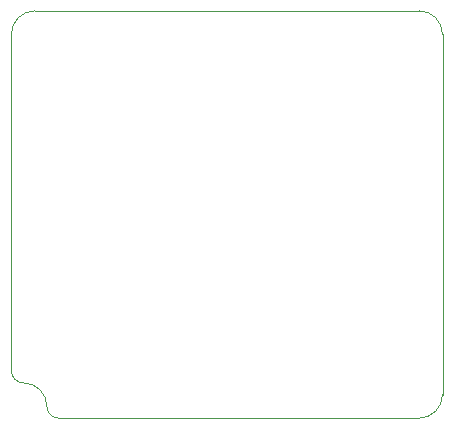
<source format=gm1>
G04 #@! TF.GenerationSoftware,KiCad,Pcbnew,7.0.1*
G04 #@! TF.CreationDate,2023-07-10T19:39:26+02:00*
G04 #@! TF.ProjectId,orion_power,6f72696f-6e5f-4706-9f77-65722e6b6963,2*
G04 #@! TF.SameCoordinates,Original*
G04 #@! TF.FileFunction,Profile,NP*
%FSLAX46Y46*%
G04 Gerber Fmt 4.6, Leading zero omitted, Abs format (unit mm)*
G04 Created by KiCad (PCBNEW 7.0.1) date 2023-07-10 19:39:26*
%MOMM*%
%LPD*%
G01*
G04 APERTURE LIST*
G04 #@! TA.AperFunction,Profile*
%ADD10C,0.100000*%
G04 #@! TD*
G04 APERTURE END LIST*
D10*
X120975001Y-83774999D02*
X120975000Y-53275000D01*
X84474999Y-53275001D02*
X84474999Y-81774999D01*
X86475000Y-51274999D02*
G75*
G03*
X84474999Y-53275001I0J-2000001D01*
G01*
X84475001Y-81774999D02*
G75*
G03*
X85474999Y-82774999I999999J-1D01*
G01*
X88475000Y-85775000D02*
X109375000Y-85775000D01*
X118975000Y-85775001D02*
G75*
G03*
X120975001Y-83774999I0J2000001D01*
G01*
X120975001Y-53275000D02*
G75*
G03*
X118974999Y-51274999I-2000001J0D01*
G01*
X87475000Y-84775000D02*
G75*
G03*
X88475000Y-85775000I1000000J0D01*
G01*
X109375000Y-85775000D02*
X118975000Y-85775000D01*
X87475001Y-84775000D02*
G75*
G03*
X85474999Y-82774999I-2000001J0D01*
G01*
X109375000Y-51275000D02*
X118974999Y-51274999D01*
X109375000Y-51275000D02*
X86475000Y-51275000D01*
M02*

</source>
